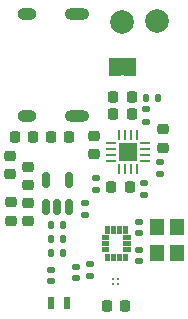
<source format=gbr>
%TF.GenerationSoftware,KiCad,Pcbnew,9.0.0*%
%TF.CreationDate,2025-08-18T16:34:53+09:00*%
%TF.ProjectId,SMORES,534d4f52-4553-42e6-9b69-6361645f7063,rev?*%
%TF.SameCoordinates,Original*%
%TF.FileFunction,Soldermask,Top*%
%TF.FilePolarity,Negative*%
%FSLAX46Y46*%
G04 Gerber Fmt 4.6, Leading zero omitted, Abs format (unit mm)*
G04 Created by KiCad (PCBNEW 9.0.0) date 2025-08-18 16:34:53*
%MOMM*%
%LPD*%
G01*
G04 APERTURE LIST*
G04 Aperture macros list*
%AMRoundRect*
0 Rectangle with rounded corners*
0 $1 Rounding radius*
0 $2 $3 $4 $5 $6 $7 $8 $9 X,Y pos of 4 corners*
0 Add a 4 corners polygon primitive as box body*
4,1,4,$2,$3,$4,$5,$6,$7,$8,$9,$2,$3,0*
0 Add four circle primitives for the rounded corners*
1,1,$1+$1,$2,$3*
1,1,$1+$1,$4,$5*
1,1,$1+$1,$6,$7*
1,1,$1+$1,$8,$9*
0 Add four rect primitives between the rounded corners*
20,1,$1+$1,$2,$3,$4,$5,0*
20,1,$1+$1,$4,$5,$6,$7,0*
20,1,$1+$1,$6,$7,$8,$9,0*
20,1,$1+$1,$8,$9,$2,$3,0*%
G04 Aperture macros list end*
%ADD10C,0.010000*%
%ADD11RoundRect,0.225000X-0.225000X-0.250000X0.225000X-0.250000X0.225000X0.250000X-0.225000X0.250000X0*%
%ADD12RoundRect,0.140000X-0.170000X0.140000X-0.170000X-0.140000X0.170000X-0.140000X0.170000X0.140000X0*%
%ADD13RoundRect,0.135000X-0.185000X0.135000X-0.185000X-0.135000X0.185000X-0.135000X0.185000X0.135000X0*%
%ADD14RoundRect,0.218750X-0.218750X-0.256250X0.218750X-0.256250X0.218750X0.256250X-0.218750X0.256250X0*%
%ADD15C,2.000000*%
%ADD16C,0.240000*%
%ADD17RoundRect,0.140000X0.170000X-0.140000X0.170000X0.140000X-0.170000X0.140000X-0.170000X-0.140000X0*%
%ADD18RoundRect,0.135000X-0.135000X-0.185000X0.135000X-0.185000X0.135000X0.185000X-0.135000X0.185000X0*%
%ADD19RoundRect,0.135000X0.185000X-0.135000X0.185000X0.135000X-0.185000X0.135000X-0.185000X-0.135000X0*%
%ADD20RoundRect,0.225000X-0.250000X0.225000X-0.250000X-0.225000X0.250000X-0.225000X0.250000X0.225000X0*%
%ADD21RoundRect,0.150000X0.150000X-0.512500X0.150000X0.512500X-0.150000X0.512500X-0.150000X-0.512500X0*%
%ADD22R,0.600000X1.100000*%
%ADD23RoundRect,0.218750X0.218750X0.256250X-0.218750X0.256250X-0.218750X-0.256250X0.218750X-0.256250X0*%
%ADD24RoundRect,0.225000X0.250000X-0.225000X0.250000X0.225000X-0.250000X0.225000X-0.250000X-0.225000X0*%
%ADD25R,1.200000X1.400000*%
%ADD26RoundRect,0.218750X-0.256250X0.218750X-0.256250X-0.218750X0.256250X-0.218750X0.256250X0.218750X0*%
%ADD27R,1.000000X1.500000*%
%ADD28RoundRect,0.225000X0.225000X0.250000X-0.225000X0.250000X-0.225000X-0.250000X0.225000X-0.250000X0*%
%ADD29RoundRect,0.062500X0.375000X0.062500X-0.375000X0.062500X-0.375000X-0.062500X0.375000X-0.062500X0*%
%ADD30RoundRect,0.062500X0.062500X0.375000X-0.062500X0.375000X-0.062500X-0.375000X0.062500X-0.375000X0*%
%ADD31R,1.600000X1.600000*%
%ADD32O,1.600000X1.000000*%
%ADD33O,2.100000X1.000000*%
G04 APERTURE END LIST*
D10*
%TO.C,U3*%
X174575000Y-95128000D02*
X174000000Y-95128000D01*
X174000000Y-94778000D01*
X174575000Y-94778000D01*
X174575000Y-95128000D01*
G36*
X174575000Y-95128000D02*
G01*
X174000000Y-95128000D01*
X174000000Y-94778000D01*
X174575000Y-94778000D01*
X174575000Y-95128000D01*
G37*
X174575000Y-95628000D02*
X174000000Y-95628000D01*
X174000000Y-95278000D01*
X174575000Y-95278000D01*
X174575000Y-95628000D01*
G36*
X174575000Y-95628000D02*
G01*
X174000000Y-95628000D01*
X174000000Y-95278000D01*
X174575000Y-95278000D01*
X174575000Y-95628000D01*
G37*
X174575000Y-96128000D02*
X174000000Y-96128000D01*
X174000000Y-95778000D01*
X174575000Y-95778000D01*
X174575000Y-96128000D01*
G36*
X174575000Y-96128000D02*
G01*
X174000000Y-96128000D01*
X174000000Y-95778000D01*
X174575000Y-95778000D01*
X174575000Y-96128000D01*
G37*
X174625000Y-94578000D02*
X174275000Y-94578000D01*
X174275000Y-94003000D01*
X174625000Y-94003000D01*
X174625000Y-94578000D01*
G36*
X174625000Y-94578000D02*
G01*
X174275000Y-94578000D01*
X174275000Y-94003000D01*
X174625000Y-94003000D01*
X174625000Y-94578000D01*
G37*
X174625000Y-96903000D02*
X174275000Y-96903000D01*
X174275000Y-96328000D01*
X174625000Y-96328000D01*
X174625000Y-96903000D01*
G36*
X174625000Y-96903000D02*
G01*
X174275000Y-96903000D01*
X174275000Y-96328000D01*
X174625000Y-96328000D01*
X174625000Y-96903000D01*
G37*
X175125000Y-94578000D02*
X174775000Y-94578000D01*
X174775000Y-94003000D01*
X175125000Y-94003000D01*
X175125000Y-94578000D01*
G36*
X175125000Y-94578000D02*
G01*
X174775000Y-94578000D01*
X174775000Y-94003000D01*
X175125000Y-94003000D01*
X175125000Y-94578000D01*
G37*
X175125000Y-96903000D02*
X174775000Y-96903000D01*
X174775000Y-96328000D01*
X175125000Y-96328000D01*
X175125000Y-96903000D01*
G36*
X175125000Y-96903000D02*
G01*
X174775000Y-96903000D01*
X174775000Y-96328000D01*
X175125000Y-96328000D01*
X175125000Y-96903000D01*
G37*
X175625000Y-94578000D02*
X175275000Y-94578000D01*
X175275000Y-94003000D01*
X175625000Y-94003000D01*
X175625000Y-94578000D01*
G36*
X175625000Y-94578000D02*
G01*
X175275000Y-94578000D01*
X175275000Y-94003000D01*
X175625000Y-94003000D01*
X175625000Y-94578000D01*
G37*
X175625000Y-96903000D02*
X175275000Y-96903000D01*
X175275000Y-96328000D01*
X175625000Y-96328000D01*
X175625000Y-96903000D01*
G36*
X175625000Y-96903000D02*
G01*
X175275000Y-96903000D01*
X175275000Y-96328000D01*
X175625000Y-96328000D01*
X175625000Y-96903000D01*
G37*
X176125000Y-94578000D02*
X175775000Y-94578000D01*
X175775000Y-94003000D01*
X176125000Y-94003000D01*
X176125000Y-94578000D01*
G36*
X176125000Y-94578000D02*
G01*
X175775000Y-94578000D01*
X175775000Y-94003000D01*
X176125000Y-94003000D01*
X176125000Y-94578000D01*
G37*
X176125000Y-96903000D02*
X175775000Y-96903000D01*
X175775000Y-96328000D01*
X176125000Y-96328000D01*
X176125000Y-96903000D01*
G36*
X176125000Y-96903000D02*
G01*
X175775000Y-96903000D01*
X175775000Y-96328000D01*
X176125000Y-96328000D01*
X176125000Y-96903000D01*
G37*
X176400000Y-95128000D02*
X175825000Y-95128000D01*
X175825000Y-94778000D01*
X176400000Y-94778000D01*
X176400000Y-95128000D01*
G36*
X176400000Y-95128000D02*
G01*
X175825000Y-95128000D01*
X175825000Y-94778000D01*
X176400000Y-94778000D01*
X176400000Y-95128000D01*
G37*
X176400000Y-95628000D02*
X175825000Y-95628000D01*
X175825000Y-95278000D01*
X176400000Y-95278000D01*
X176400000Y-95628000D01*
G36*
X176400000Y-95628000D02*
G01*
X175825000Y-95628000D01*
X175825000Y-95278000D01*
X176400000Y-95278000D01*
X176400000Y-95628000D01*
G37*
X176400000Y-96128000D02*
X175825000Y-96128000D01*
X175825000Y-95778000D01*
X176400000Y-95778000D01*
X176400000Y-96128000D01*
G36*
X176400000Y-96128000D02*
G01*
X175825000Y-96128000D01*
X175825000Y-95778000D01*
X176400000Y-95778000D01*
X176400000Y-96128000D01*
G37*
%TO.C,JP1*%
G36*
X175600000Y-79750000D02*
G01*
X175900000Y-79750000D01*
X175900000Y-81250000D01*
X175600000Y-81250000D01*
X175600000Y-79750000D01*
G37*
%TD*%
D11*
%TO.C,C15*%
X166675000Y-86450000D03*
X168225000Y-86450000D03*
%TD*%
D12*
%TO.C,C13*%
X169700000Y-97720000D03*
X169700000Y-98680000D03*
%TD*%
D13*
%TO.C,R9*%
X172550000Y-92040000D03*
X172550000Y-93060000D03*
%TD*%
D14*
%TO.C,D1*%
X174987500Y-84550000D03*
X176562500Y-84550000D03*
%TD*%
D12*
%TO.C,C25*%
X177200000Y-93620000D03*
X177200000Y-94580000D03*
%TD*%
D15*
%TO.C,TP1*%
X178720000Y-76670000D03*
%TD*%
D16*
%TO.C,U6*%
X175400000Y-98500000D03*
X175000000Y-98500000D03*
X175000000Y-98900000D03*
X175400000Y-98900000D03*
%TD*%
D17*
%TO.C,C26*%
X177200000Y-96980000D03*
X177200000Y-96020000D03*
%TD*%
D18*
%TO.C,R10*%
X169690000Y-95100000D03*
X170710000Y-95100000D03*
%TD*%
%TO.C,R8*%
X169680000Y-96300000D03*
X170700000Y-96300000D03*
%TD*%
D19*
%TO.C,R7*%
X173000000Y-98210000D03*
X173000000Y-97190000D03*
%TD*%
D18*
%TO.C,R5*%
X177752500Y-83150000D03*
X178772500Y-83150000D03*
%TD*%
D20*
%TO.C,C24*%
X167800000Y-89000000D03*
X167800000Y-90550000D03*
%TD*%
D11*
%TO.C,C27*%
X174425000Y-100750000D03*
X175975000Y-100750000D03*
%TD*%
D12*
%TO.C,C12*%
X171800000Y-97440000D03*
X171800000Y-98400000D03*
%TD*%
D11*
%TO.C,C3*%
X174812500Y-90687500D03*
X176362500Y-90687500D03*
%TD*%
D21*
%TO.C,U4*%
X169300000Y-92400000D03*
X170250000Y-92400000D03*
X171200000Y-92400000D03*
X171200000Y-90125000D03*
X169300000Y-90125000D03*
%TD*%
D22*
%TO.C,Y2*%
X171100000Y-100500000D03*
X169700000Y-100500000D03*
%TD*%
D15*
%TO.C,TP2*%
X175730000Y-76700000D03*
%TD*%
D19*
%TO.C,R4*%
X173500000Y-90960000D03*
X173500000Y-89940000D03*
%TD*%
D13*
%TO.C,R1*%
X178912500Y-88577500D03*
X178912500Y-89597500D03*
%TD*%
D23*
%TO.C,D2*%
X176550000Y-83050000D03*
X174975000Y-83050000D03*
%TD*%
D24*
%TO.C,C2*%
X179212500Y-87362500D03*
X179212500Y-85812500D03*
%TD*%
D25*
%TO.C,U5*%
X180350000Y-96300000D03*
X180350000Y-94100000D03*
X178650000Y-94100000D03*
X178650000Y-96300000D03*
%TD*%
D13*
%TO.C,R2*%
X177762500Y-84130000D03*
X177762500Y-85150000D03*
%TD*%
D24*
%TO.C,R12*%
X166250000Y-89625000D03*
X166250000Y-88075000D03*
%TD*%
%TO.C,C1*%
X173312500Y-87900000D03*
X173312500Y-86350000D03*
%TD*%
D19*
%TO.C,R3*%
X177612500Y-91397500D03*
X177612500Y-90377500D03*
%TD*%
D26*
%TO.C,L4*%
X166300000Y-92000000D03*
X166300000Y-93575000D03*
%TD*%
D27*
%TO.C,JP1*%
X175100000Y-80500000D03*
X176400000Y-80500000D03*
%TD*%
D28*
%TO.C,R11*%
X171250000Y-86450000D03*
X169700000Y-86450000D03*
%TD*%
D18*
%TO.C,R6*%
X169690000Y-93925000D03*
X170710000Y-93925000D03*
%TD*%
D24*
%TO.C,C23*%
X167800000Y-93575000D03*
X167800000Y-92025000D03*
%TD*%
D29*
%TO.C,U2*%
X177700000Y-88500000D03*
X177700000Y-88000000D03*
X177700000Y-87500000D03*
X177700000Y-87000000D03*
D30*
X177012500Y-86312500D03*
X176512500Y-86312500D03*
X176012500Y-86312500D03*
X175512500Y-86312500D03*
D29*
X174825000Y-87000000D03*
X174825000Y-87500000D03*
X174825000Y-88000000D03*
X174825000Y-88500000D03*
D30*
X175512500Y-89187500D03*
X176012500Y-89187500D03*
X176512500Y-89187500D03*
X177012500Y-89187500D03*
D31*
X176262500Y-87750000D03*
%TD*%
D32*
%TO.C,J1*%
X167700000Y-84650000D03*
D33*
X171880000Y-84650000D03*
D32*
X167700000Y-76010000D03*
D33*
X171880000Y-76010000D03*
%TD*%
M02*

</source>
